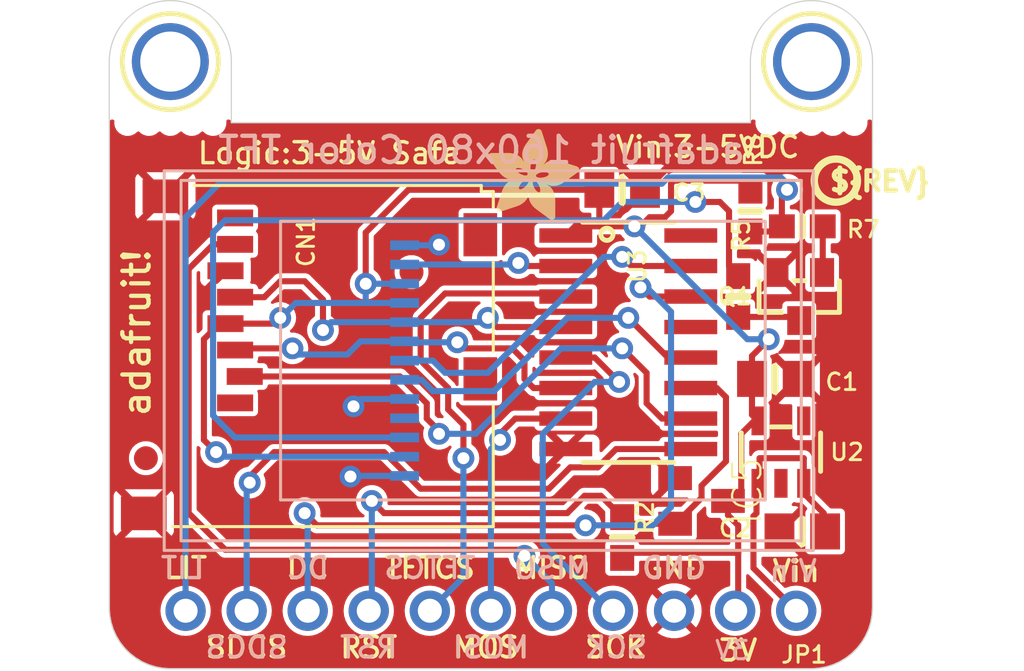
<source format=kicad_pcb>
(kicad_pcb (version 20221018) (generator pcbnew)
  (layers (0 "F.Cu" signal) (31 "B.Cu" signal) (34 "B.Paste" user) (35 "F.Paste" user) (36 "B.SilkS" user "B.Silkscreen") (37 "F.SilkS" user "F.Silkscreen") (38 "B.Mask" user) (39 "F.Mask" user) (44 "Edge.Cuts" user))
  (net 0 "")
  (net 1 "GND")
  (net 2 "3.3V")
  (net 3 "TFTCS_3V")
  (net 4 "SCK")
  (net 5 "MOSI")
  (net 6 "DC")
  (net 7 "SCK_3V")
  (net 8 "~{TFTRST_3V}")
  (net 9 "DC_3V")
  (net 10 "VIN")
  (net 11 "SDCS")
  (net 12 "N$1")
  (net 13 "LED_K")
  (net 14 "N$5")
  (net 15 "MISO_3V")
  (net 16 "MOSI_3V")
  (net 17 "SDCS_3V")
  (net 18 "~{TFTRST}")
  (net 19 "BACKLIGHT")
  (net 20 "TFTCS")
  (footprint "" (layer "F.Cu") (at 163.6141 96.1771)
    (fp_text reference "@HOLE5" hide)
    (fp_text value "" (at 0 0) (layer "F.SilkS") (effects (font (size 1.27 1.27))))
    (pad "" np_thru_hole circle (at 0 0) (size 0.6 0.6) (drill 0.6) (layers "*.Cu" "*.Mask"))
  )
  (footprint "working:0603-NO" (layer "F.Cu") (at 159.2961 99.8601 90)
    (fp_text reference "R8" (at 1.778 0.127 90) (layer "F.SilkS") (effects (font (size 0.692831 0.692831) (thickness 0.119969)) (justify left)))
    (fp_text value "10K")
    (pad "1" smd rect (at -0.85 0 90) (size 1.075 1) (layers "F.Cu" "F.Paste" "F.Mask") (net 19 "BACKLIGHT"))
    (pad "2" smd rect (at 0.85 0 90) (size 1.075 1) (layers "F.Cu" "F.Paste" "F.Mask") (net 2 "3.3V"))
  )
  (footprint "working:ADAFRUIT_3.5MM" (layer "F.Cu") (at 148.3741 100.2411)
    (fp_text reference "U$4" hide)
    (fp_text value "MICROSD" hide)
  )
  (footprint "working:SOT23" (layer "F.Cu") (at 157.2641 111.9251 -90)
    (fp_text reference "IC5" (at -1.905 -1.905 90) (layer "F.SilkS") (effects (font (size 1.176528 1.176528) (thickness 0.093472)) (justify right)))
    (fp_text value "APX803")
    (pad "1" smd rect (at -0.95 1.1 270) (size 1 1.4) (layers "F.Cu" "F.Paste" "F.Mask") (net 1 "GND"))
    (pad "2" smd rect (at 0.95 1.1 270) (size 1 1.4) (layers "F.Cu" "F.Paste" "F.Mask") (net 18 "~{TFTRST}"))
    (pad "3" smd rect (at 0 -1.1 270) (size 1 1.4) (layers "F.Cu" "F.Paste" "F.Mask") (net 2 "3.3V"))
  )
  (footprint "working:SOT23-WIDE" (layer "F.Cu") (at 161.3281 103.4161 180)
    (fp_text reference "Q1" (at 1.905 0) (layer "F.SilkS") (effects (font (size 0.692831 0.692831) (thickness 0.119969)) (justify right)))
    (fp_text value "MMBT2222")
    (pad "1" smd rect (at -0.95 1 180) (size 1 1.2) (layers "F.Cu" "F.Paste" "F.Mask") (net 12 "N$1"))
    (pad "2" smd rect (at 0.95 1 180) (size 1 1.2) (layers "F.Cu" "F.Paste" "F.Mask") (net 1 "GND"))
    (pad "3" smd rect (at 0 -1 180) (size 1 1.2) (layers "F.Cu" "F.Paste" "F.Mask") (net 14 "N$5"))
  )
  (footprint "working:PCBFEAT-REV-040" (layer "F.Cu") (at 162.8521 98.5901)
    (fp_text reference "U$6" hide)
    (fp_text value "" hide)
    (fp_text user "${REV}" (at -0.3556 0.508) (layer "F.SilkS") (effects (font (size 0.8128 0.8128) (thickness 0.2032)) (justify left bottom)))
  )
  (footprint "working:FIDUCIAL_1MM" (layer "F.Cu") (at 134.1501 110.1471)
    (fp_text reference "FID1" hide)
    (fp_text value "FIDUCIAL_1MM" hide)
    (pad "1" smd roundrect (at 0 0) (size 1 1) (layers "F.Cu" "F.Mask") (roundrect_rratio 0.5))
  )
  (footprint "working:0603-NO" (layer "F.Cu") (at 153.9621 113.4491 -90)
    (fp_text reference "R2" (at -1.5875 -0.9525 90) (layer "F.SilkS") (effects (font (size 0.692831 0.692831) (thickness 0.119969)) (justify right)))
    (fp_text value "10K")
    (pad "1" smd rect (at -0.85 0 270) (size 1.075 1) (layers "F.Cu" "F.Paste" "F.Mask") (net 18 "~{TFTRST}"))
    (pad "2" smd rect (at 0.85 0 270) (size 1.075 1) (layers "F.Cu" "F.Paste" "F.Mask") (net 2 "3.3V"))
  )
  (footprint "working:MICROSD" (layer "F.Cu") (at 148.5011 98.8441 -90)
    (fp_text reference "CN1" (at 1.18 7.69 90) (layer "F.SilkS") (effects (font (size 0.692831 0.692831) (thickness 0.119969)) (justify right)))
    (fp_text value "")
    (pad "1" smd rect (at 9 10.64 270) (size 0.7 1.5) (layers "F.Cu" "F.Paste" "F.Mask"))
    (pad "2" smd rect (at 7.9 10.24 270) (size 0.7 1.5) (layers "F.Cu" "F.Paste" "F.Mask") (net 17 "SDCS_3V"))
    (pad "3" smd rect (at 6.8 10.64 270) (size 0.7 1.5) (layers "F.Cu" "F.Paste" "F.Mask") (net 16 "MOSI_3V"))
    (pad "4" smd rect (at 5.7 11.04 270) (size 0.7 1.5) (layers "F.Cu" "F.Paste" "F.Mask") (net 2 "3.3V"))
    (pad "5" smd rect (at 4.6 10.64 270) (size 0.7 1.5) (layers "F.Cu" "F.Paste" "F.Mask") (net 7 "SCK_3V"))
    (pad "6" smd rect (at 3.5 11.04 270) (size 0.7 1.5) (layers "F.Cu" "F.Paste" "F.Mask") (net 1 "GND"))
    (pad "7" smd rect (at 2.4 10.64 270) (size 0.7 1.5) (layers "F.Cu" "F.Paste" "F.Mask") (net 15 "MISO_3V"))
    (pad "8" smd rect (at 1.3 10.64 270) (size 0.7 1.5) (layers "F.Cu" "F.Paste" "F.Mask"))
    (pad "CD1" smd rect (at 2 0.44) (size 1.4 1.8) (layers "F.Cu" "F.Paste" "F.Mask"))
    (pad "CD2" smd rect (at 8 0.44) (size 1.4 1.8) (layers "F.Cu" "F.Paste" "F.Mask"))
    (pad "MT1" smd rect (at 0.4 13.54 270) (size 1.4 1.9) (layers "F.Cu" "F.Paste" "F.Mask") (net 1 "GND"))
    (pad "MT2" smd rect (at 13.6 14.44 270) (size 1.4 1.9) (layers "F.Cu" "F.Paste" "F.Mask") (net 1 "GND"))
  )
  (footprint "working:0805-NO" (layer "F.Cu") (at 161.4551 113.1951 180)
    (fp_text reference "C2" (at 2.032 0.127) (layer "F.SilkS") (effects (font (size 0.692831 0.692831) (thickness 0.119969)) (justify right)))
    (fp_text value "10µF")
    (pad "1" smd rect (at -0.95 0 180) (size 1.24 1.5) (layers "F.Cu" "F.Paste" "F.Mask") (net 10 "VIN"))
    (pad "2" smd rect (at 0.95 0 180) (size 1.24 1.5) (layers "F.Cu" "F.Paste" "F.Mask") (net 1 "GND"))
  )
  (footprint "working:FIDUCIAL_1MM" (layer "F.Cu") (at 145.1991 102.4001)
    (fp_text reference "FID2" hide)
    (fp_text value "FIDUCIAL_1MM" hide)
    (pad "1" smd roundrect (at 0 0) (size 1 1) (layers "F.Cu" "F.Mask") (roundrect_rratio 0.5))
  )
  (footprint "working:SOT23-5" (layer "F.Cu") (at 160.5661 109.8931)
    (fp_text reference "U2" (at 1.978 0) (layer "F.SilkS") (effects (font (size 0.692831 0.692831) (thickness 0.119969)) (justify left)))
    (fp_text value "MIC5225-3.3")
    (pad "1" smd rect (at -0.95 1.3001) (size 0.55 1.2) (layers "F.Cu" "F.Paste" "F.Mask") (net 10 "VIN"))
    (pad "2" smd rect (at 0 1.3001) (size 0.55 1.2) (layers "F.Cu" "F.Paste" "F.Mask") (net 1 "GND"))
    (pad "3" smd rect (at 0.95 1.3001) (size 0.55 1.2) (layers "F.Cu" "F.Paste" "F.Mask") (net 10 "VIN"))
    (pad "4" smd rect (at 0.95 -1.3001) (size 0.55 1.2) (layers "F.Cu" "F.Paste" "F.Mask"))
    (pad "5" smd rect (at -0.95 -1.3001) (size 0.55 1.2) (layers "F.Cu" "F.Paste" "F.Mask") (net 2 "3.3V"))
  )
  (footprint "working:SOIC16" (layer "F.Cu") (at 154.2161 105.3211 -90)
    (fp_text reference "U3" (at -3.937 -0.381 90) (layer "F.SilkS") (effects (font (size 0.692831 0.692831) (thickness 0.119969)) (justify right)))
    (fp_text value "74HC4050D")
    (pad "1" smd rect (at -4.445 2.6 270) (size 0.6 2.2) (layers "F.Cu" "F.Paste" "F.Mask") (net 2 "3.3V"))
    (pad "2" smd rect (at -3.175 2.6 270) (size 0.6 2.2) (layers "F.Cu" "F.Paste" "F.Mask") (net 3 "TFTCS_3V"))
    (pad "3" smd rect (at -1.905 2.6 270) (size 0.6 2.2) (layers "F.Cu" "F.Paste" "F.Mask") (net 20 "TFTCS"))
    (pad "4" smd rect (at -0.635 2.6 270) (size 0.6 2.2) (layers "F.Cu" "F.Paste" "F.Mask") (net 7 "SCK_3V"))
    (pad "5" smd rect (at 0.635 2.6 270) (size 0.6 2.2) (layers "F.Cu" "F.Paste" "F.Mask") (net 4 "SCK"))
    (pad "6" smd rect (at 1.905 2.6 270) (size 0.6 2.2) (layers "F.Cu" "F.Paste" "F.Mask") (net 16 "MOSI_3V"))
    (pad "7" smd rect (at 3.175 2.6 270) (size 0.6 2.2) (layers "F.Cu" "F.Paste" "F.Mask") (net 5 "MOSI"))
    (pad "8" smd rect (at 4.445 2.6 270) (size 0.6 2.2) (layers "F.Cu" "F.Paste" "F.Mask") (net 1 "GND"))
    (pad "9" smd rect (at 4.445 -2.6 270) (size 0.6 2.2) (layers "F.Cu" "F.Paste" "F.Mask") (net 11 "SDCS"))
    (pad "10" smd rect (at 3.175 -2.6 270) (size 0.6 2.2) (layers "F.Cu" "F.Paste" "F.Mask") (net 17 "SDCS_3V"))
    (pad "11" smd rect (at 1.905 -2.6 270) (size 0.6 2.2) (layers "F.Cu" "F.Paste" "F.Mask") (net 18 "~{TFTRST}"))
    (pad "12" smd rect (at 0.635 -2.6 270) (size 0.6 2.2) (layers "F.Cu" "F.Paste" "F.Mask") (net 8 "~{TFTRST_3V}"))
    (pad "13" smd rect (at -0.635 -2.6 270) (size 0.6 2.2) (layers "F.Cu" "F.Paste" "F.Mask"))
    (pad "14" smd rect (at -1.905 -2.6 270) (size 0.6 2.2) (layers "F.Cu" "F.Paste" "F.Mask") (net 6 "DC"))
    (pad "15" smd rect (at -3.175 -2.6 270) (size 0.6 2.2) (layers "F.Cu" "F.Paste" "F.Mask") (net 9 "DC_3V"))
    (pad "16" smd rect (at -4.445 -2.6 270) (size 0.6 2.2) (layers "F.Cu" "F.Paste" "F.Mask"))
  )
  (footprint "working:1X11_ROUND" (layer "F.Cu") (at 148.5011 116.4971 180)
    (fp_text reference "JP1" (at -14.0462 -1.8288) (layer "F.SilkS") (effects (font (size 0.692831 0.692831) (thickness 0.119969)) (justify right)))
    (fp_text value "")
    (pad "1" thru_hole circle (at -12.7 0 270) (size 1.6764 1.6764) (drill 1) (layers "*.Cu" "*.Mask") (net 10 "VIN"))
    (pad "2" thru_hole circle (at -10.16 0 270) (size 1.6764 1.6764) (drill 1) (layers "*.Cu" "*.Mask") (net 2 "3.3V"))
    (pad "3" thru_hole circle (at -7.62 0 270) (size 1.6764 1.6764) (drill 1) (layers "*.Cu" "*.Mask") (net 1 "GND"))
    (pad "4" thru_hole circle (at -5.08 0 270) (size 1.6764 1.6764) (drill 1) (layers "*.Cu" "*.Mask") (net 4 "SCK"))
    (pad "5" thru_hole circle (at -2.54 0 270) (size 1.6764 1.6764) (drill 1) (layers "*.Cu" "*.Mask") (net 15 "MISO_3V"))
    (pad "6" thru_hole circle (at 0 0 270) (size 1.6764 1.6764) (drill 1) (layers "*.Cu" "*.Mask") (net 5 "MOSI"))
    (pad "7" thru_hole circle (at 2.54 0 270) (size 1.6764 1.6764) (drill 1) (layers "*.Cu" "*.Mask") (net 20 "TFTCS"))
    (pad "8" thru_hole circle (at 5.08 0 270) (size 1.6764 1.6764) (drill 1) (layers "*.Cu" "*.Mask") (net 18 "~{TFTRST}"))
    (pad "9" thru_hole circle (at 7.62 0 270) (size 1.6764 1.6764) (drill 1) (layers "*.Cu" "*.Mask") (net 6 "DC"))
    (pad "10" thru_hole circle (at 10.16 0 270) (size 1.6764 1.6764) (drill 1) (layers "*.Cu" "*.Mask") (net 11 "SDCS"))
    (pad "11" thru_hole circle (at 12.7 0 270) (size 1.6764 1.6764) (drill 1) (layers "*.Cu" "*.Mask") (net 19 "BACKLIGHT"))
  )
  (footprint "working:0603-NO" (layer "F.Cu") (at 158.7881 103.4161 90)
    (fp_text reference "R5" (at 1.778 0.127 90) (layer "F.SilkS") (effects (font (size 0.692831 0.692831) (thickness 0.119969)) (justify left)))
    (fp_text value "22")
    (pad "1" smd rect (at -0.85 0 90) (size 1.075 1) (layers "F.Cu" "F.Paste" "F.Mask") (net 14 "N$5"))
    (pad "2" smd rect (at 0.85 0 90) (size 1.075 1) (layers "F.Cu" "F.Paste" "F.Mask") (net 13 "LED_K"))
  )
  (footprint "" (layer "F.Cu") (at 160.0581 96.1771)
    (fp_text reference "@HOLE9" hide)
    (fp_text value "" (at 0 0) (layer "F.SilkS") (effects (font (size 1.27 1.27))))
    (pad "" np_thru_hole circle (at 0 0) (size 0.6 0.6) (drill 0.6) (layers "*.Cu" "*.Mask"))
  )
  (footprint "" (layer "F.Cu") (at 134.2771 96.1771)
    (fp_text reference "@HOLE3" hide)
    (fp_text value "" (at 0 0) (layer "F.SilkS") (effects (font (size 1.27 1.27))))
    (pad "" np_thru_hole circle (at 0 0) (size 0.6 0.6) (drill 0.6) (layers "*.Cu" "*.Mask"))
  )
  (footprint "" (layer "F.Cu") (at 161.8361 96.1771)
    (fp_text reference "@HOLE7" hide)
    (fp_text value "" (at 0 0) (layer "F.SilkS") (effects (font (size 1.27 1.27))))
    (pad "" np_thru_hole circle (at 0 0) (size 0.6 0.6) (drill 0.6) (layers "*.Cu" "*.Mask"))
  )
  (footprint "" (layer "F.Cu") (at 160.9471 96.1771)
    (fp_text reference "@HOLE8" hide)
    (fp_text value "" (at 0 0) (layer "F.SilkS") (effects (font (size 1.27 1.27))))
    (pad "" np_thru_hole circle (at 0 0) (size 0.6 0.6) (drill 0.6) (layers "*.Cu" "*.Mask"))
  )
  (footprint "" (layer "F.Cu") (at 136.9441 96.1771)
    (fp_text reference "@HOLE0" hide)
    (fp_text value "" (at 0 0) (layer "F.SilkS") (effects (font (size 1.27 1.27))))
    (pad "" np_thru_hole circle (at 0 0) (size 0.6 0.6) (drill 0.6) (layers "*.Cu" "*.Mask"))
  )
  (footprint "" (layer "F.Cu") (at 135.1661 96.1771)
    (fp_text reference "@HOLE2" hide)
    (fp_text value "" (at 0 0) (layer "F.SilkS") (effects (font (size 1.27 1.27))))
    (pad "" np_thru_hole circle (at 0 0) (size 0.6 0.6) (drill 0.6) (layers "*.Cu" "*.Mask"))
  )
  (footprint "working:0805-NO" (layer "F.Cu") (at 160.3121 106.8451)
    (fp_text reference "C1" (at 2.032 0.127) (layer "F.SilkS") (effects (font (size 0.692831 0.692831) (thickness 0.119969)) (justify left)))
    (fp_text value "10µF")
    (pad "1" smd rect (at -0.95 0) (size 1.24 1.5) (layers "F.Cu" "F.Paste" "F.Mask") (net 2 "3.3V"))
    (pad "2" smd rect (at 0.95 0) (size 1.24 1.5) (layers "F.Cu" "F.Paste" "F.Mask") (net 1 "GND"))
  )
  (footprint "working:0805-NO" (layer "F.Cu") (at 153.9621 98.9711)
    (fp_text reference "C3" (at 2.032 0.127) (layer "F.SilkS") (effects (font (size 0.692831 0.692831) (thickness 0.119969)) (justify left)))
    (fp_text value "0.1uF")
    (pad "1" smd rect (at -0.95 0) (size 1.24 1.5) (layers "F.Cu" "F.Paste" "F.Mask") (net 2 "3.3V"))
    (pad "2" smd rect (at 0.95 0) (size 1.24 1.5) (layers "F.Cu" "F.Paste" "F.Mask") (net 1 "GND"))
  )
  (footprint "working:MOUNTINGHOLE_2.5_PLATED" (layer "F.Cu") (at 135.1661 93.6371)
    (fp_text reference "U$9" hide)
    (fp_text value "MOUNTINGHOLE2.5" hide)
    (pad "P$1" thru_hole circle (at 0 0) (size 3.2 3.2) (drill 2.5) (layers "*.Cu" "*.Mask"))
    (zone (net 0) (net_name "") (layer "F.Cu") (connect_pads (clearance 0)) (min_thickness 0.25)
      (keepout (tracks not_allowed) (vias not_allowed) (pads not_allowed) (copperpour not_allowed) (footprints allowed))
      (fill (thermal_gap 0.5) (thermal_bridge_width 0.5))
      (polygon (pts (xy 137.1821 93.6371) (xy 137.16248 93.356527) (xy 137.104004 93.081415) (xy 137.007808 92.817119) (xy 136.875765 92.568783) (xy 136.710446 92.34124) (xy 136.515067 92.13892) (xy 136.293433 91.96576) (xy 136.049856 91.825131) (xy 135.789078 91.71977) (xy 135.516175 91.651728) (xy 135.236457 91.622328) (xy 134.955371 91.632144) (xy 134.678385 91.680984) (xy 134.410893 91.767897) (xy 134.1581 91.891193) (xy 133.924926 92.04847) (xy 133.715911 92.236669) (xy 133.535122 92.452125) (xy 133.386078 92.690645) (xy 133.27168 92.947587) (xy 133.194154 93.21795) (xy 133.155011 93.496471) (xy 133.155011 93.777729) (xy 133.194154 94.05625) (xy 133.27168 94.326613) (xy 133.386078 94.583555) (xy 133.535122 94.822075) (xy 133.715911 95.037531) (xy 133.924926 95.22573) (xy 134.1581 95.383007) (xy 134.410893 95.506303) (xy 134.678385 95.593216) (xy 134.955371 95.642056) (xy 135.236457 95.651872) (xy 135.516175 95.622472) (xy 135.789078 95.55443) (xy 136.049856 95.449069) (xy 136.293433 95.30844) (xy 136.515067 95.13528) (xy 136.710446 94.93296) (xy 136.875765 94.705417) (xy 137.007808 94.457081) (xy 137.104004 94.192785) (xy 137.16248 93.917673)))
      (polygon (pts (xy 135.1501 93.6371) (xy 135.154786 93.648414) (xy 135.1661 93.6531) (xy 135.177414 93.648414) (xy 135.1821 93.6371) (xy 135.177414 93.625786) (xy 135.1661 93.6211) (xy 135.154786 93.625786)))
    )
  )
  (footprint "" (layer "F.Cu") (at 133.3881 96.1771)
    (fp_text reference "@HOLE4" hide)
    (fp_text value "" (at 0 0) (layer "F.SilkS") (effects (font (size 1.27 1.27))))
    (pad "" np_thru_hole circle (at 0 0) (size 0.6 0.6) (drill 0.6) (layers "*.Cu" "*.Mask"))
  )
  (footprint "working:MOUNTINGHOLE_2.5_PLATED" (layer "F.Cu") (at 161.8361 93.6371)
    (fp_text reference "U$10" hide)
    (fp_text value "MOUNTINGHOLE2.5" hide)
    (pad "P$1" thru_hole circle (at 0 0) (size 3.2 3.2) (drill 2.5) (layers "*.Cu" "*.Mask"))
    (zone (net 0) (net_name "") (layer "F.Cu") (connect_pads (clearance 0)) (min_thickness 0.25)
      (keepout (tracks not_allowed) (vias not_allowed) (pads not_allowed) (copperpour not_allowed) (footprints allowed))
      (fill (thermal_gap 0.5) (thermal_bridge_width 0.5))
      (polygon (pts (xy 163.8521 93.6371) (xy 163.83248 93.356527) (xy 163.774004 93.081415) (xy 163.677808 92.817119) (xy 163.545765 92.568783) (xy 163.380446 92.34124) (xy 163.185067 92.13892) (xy 162.963433 91.96576) (xy 162.719856 91.825131) (xy 162.459078 91.71977) (xy 162.186175 91.651728) (xy 161.906457 91.622328) (xy 161.625371 91.632144) (xy 161.348385 91.680984) (xy 161.080893 91.767897) (xy 160.8281 91.891193) (xy 160.594926 92.04847) (xy 160.385911 92.236669) (xy 160.205122 92.452125) (xy 160.056078 92.690645) (xy 159.94168 92.947587) (xy 159.864154 93.21795) (xy 159.825011 93.496471) (xy 159.825011 93.777729) (xy 159.864154 94.05625) (xy 159.94168 94.326613) (xy 160.056078 94.583555) (xy 160.205122 94.822075) (xy 160.385911 95.037531) (xy 160.594926 95.22573) (xy 160.8281 95.383007) (xy 161.080893 95.506303) (xy 161.348385 95.593216) (xy 161.625371 95.642056) (xy 161.906457 95.651872) (xy 162.186175 95.622472) (xy 162.459078 95.55443) (xy 162.719856 95.449069) (xy 162.963433 95.30844) (xy 163.185067 95.13528) (xy 163.380446 94.93296) (xy 163.545765 94.705417) (xy 163.677808 94.457081) (xy 163.774004 94.192785) (xy 163.83248 93.917673)))
      (polygon (pts (xy 161.8201 93.6371) (xy 161.824786 93.648414) (xy 161.8361 93.6531) (xy 161.847414 93.648414) (xy 161.8521 93.6371) (xy 161.847414 93.625786) (xy 161.8361 93.6211) (xy 161.824786 93.625786)))
    )
  )
  (footprint "working:0603-NO" (layer "F.Cu") (at 161.4551 100.4951)
    (fp_text reference "R7" (at 1.778 0.127) (layer "F.SilkS") (effects (font (size 0.692831 0.692831) (thickness 0.119969)) (justify left)))
    (fp_text value "1K")
    (pad "1" smd rect (at -0.85 0) (size 1.075 1) (layers "F.Cu" "F.Paste" "F.Mask") (net 19 "BACKLIGHT"))
    (pad "2" smd rect (at 0.85 0) (size 1.075 1) (layers "F.Cu" "F.Paste" "F.Mask") (net 12 "N$1"))
  )
  (footprint "" (layer "F.Cu") (at 136.0551 96.1771)
    (fp_text reference "@HOLE1" hide)
    (fp_text value "" (at 0 0) (layer "F.SilkS") (effects (font (size 1.27 1.27))))
    (pad "" np_thru_hole circle (at 0 0) (size 0.6 0.6) (drill 0.6) (layers "*.Cu" "*.Mask"))
  )
  (footprint "" (layer "F.Cu") (at 162.7251 96.1771)
    (fp_text reference "@HOLE6" hide)
    (fp_text value "" (at 0 0) (layer "F.SilkS") (effects (font (size 1.27 1.27))))
    (pad "" np_thru_hole circle (at 0 0) (size 0.6 0.6) (drill 0.6) (layers "*.Cu" "*.Mask"))
  )
  (footprint "working:TFT_0.96IN_160X80" (layer "B.Cu") (at 134.9121 106.0831 90)
    (fp_text reference "U$2" hide)
    (fp_text value "DISP_LCD_0.9IN_160X80" hide)
    (pad "1" smd rect (at -4.8 10) (size 1.2 0.4) (layers "B.Cu" "B.Paste" "B.Mask") (net 1 "GND"))
    (pad "2" smd rect (at -4 10) (size 1.2 0.4) (layers "B.Cu" "B.Paste" "B.Mask") (net 2 "3.3V"))
    (pad "3" smd rect (at -3.2 10) (size 1.2 0.4) (layers "B.Cu" "B.Paste" "B.Mask") (net 13 "LED_K"))
    (pad "4" smd rect (at -2.4 10) (size 1.2 0.4) (layers "B.Cu" "B.Paste" "B.Mask"))
    (pad "5" smd rect (at -1.6 10) (size 1.2 0.4) (layers "B.Cu" "B.Paste" "B.Mask") (net 1 "GND"))
    (pad "6" smd rect (at -0.8 10) (size 1.2 0.4) (layers "B.Cu" "B.Paste" "B.Mask") (net 8 "~{TFTRST_3V}"))
    (pad "7" smd rect (at 0 10) (size 1.2 0.4) (layers "B.Cu" "B.Paste" "B.Mask") (net 9 "DC_3V"))
    (pad "8" smd rect (at 0.8 10) (size 1.2 0.4) (layers "B.Cu" "B.Paste" "B.Mask") (net 16 "MOSI_3V"))
    (pad "9" smd rect (at 1.6 10) (size 1.2 0.4) (layers "B.Cu" "B.Paste" "B.Mask") (net 7 "SCK_3V"))
    (pad "10" smd rect (at 2.4 10) (size 1.2 0.4) (layers "B.Cu" "B.Paste" "B.Mask") (net 2 "3.3V"))
    (pad "11" smd rect (at 3.2 10) (size 1.2 0.4) (layers "B.Cu" "B.Paste" "B.Mask") (net 2 "3.3V"))
    (pad "12" smd rect (at 4 10) (size 1.2 0.4) (layers "B.Cu" "B.Paste" "B.Mask") (net 3 "TFTCS_3V"))
    (pad "13" smd rect (at 4.8 10) (size 1.2 0.4) (layers "B.Cu" "B.Paste" "B.Mask") (net 1 "GND"))
  )
  (gr_line (start 132.6261 116.3701) (end 132.6261 93.6371) (stroke (width 0.05)) (layer "Edge.Cuts"))
  (gr_line (start 164.3761 116.3701) (end 164.3761 93.6371) (stroke (width 0.05)) (layer "Edge.Cuts"))
  (gr_line (start 159.2961 93.6371) (end 159.2961 96.1771) (stroke (width 0.05)) (layer "Edge.Cuts"))
  (gr_arc (start 135.1661 118.9101) (mid 133.370049 118.166151) (end 132.6261 116.3701) (stroke (width 0.05)) (layer "Edge.Cuts"))
  (gr_arc (start 159.2961 93.6371) (mid 160.040049 91.841049) (end 161.8361 91.0971) (stroke (width 0.05)) (layer "Edge.Cuts"))
  (gr_line (start 135.1661 118.9101) (end 161.8361 118.9101) (stroke (width 0.05)) (layer "Edge.Cuts"))
  (gr_arc (start 164.3761 116.3701) (mid 163.632151 118.166151) (end 161.8361 118.9101) (stroke (width 0.05)) (layer "Edge.Cuts"))
  (gr_line (start 137.7061 93.6371) (end 137.7061 96.1771) (stroke (width 0.05)) (layer "Edge.Cuts"))
  (gr_line (start 159.2961 96.1771) (end 137.7061 96.1771) (stroke (width 0.05)) (layer "Edge.Cuts"))
  (gr_arc (start 132.6261 93.6371) (mid 133.370049 91.841049) (end 135.1661 91.0971) (stroke (width 0.05)) (layer "Edge.Cuts"))
  (gr_arc (start 135.1661 91.0971) (mid 136.962151 91.841049) (end 137.706099 93.637101) (stroke (width 0.05)) (layer "Edge.Cuts"))
  (gr_arc (start 161.8361 91.0971) (mid 163.632151 91.841049) (end 164.3761 93.6371) (stroke (width 0.05)) (layer "Edge.Cuts"))
  (gr_text "MISO" (at 151.0411 114.7191) (layer "B.SilkS") (effects (font (size 0.87376 0.87376) (thickness 0.14224)) (justify mirror)))
  (gr_text "adafruit 160x80 Color TFT" (at 148.1201 97.3201) (layer "B.SilkS") (effects (font (size 1.0922 1.0922) (thickness 0.1778)) (justify mirror)))
  (gr_text "DC" (at 140.8811 114.7191) (layer "B.SilkS") (effects (font (size 0.87376 0.87376) (thickness 0.14224)) (justify mirror)))
  (gr_text "TFTCS" (at 145.9611 114.7191) (layer "B.SilkS") (effects (font (size 0.87376 0.87376) (thickness 0.14224)) (justify mirror)))
  (gr_text "LIT" (at 135.6741 114.7191) (layer "B.SilkS") (effects (font (size 0.87376 0.87376) (thickness 0.14224)) (justify mirror)))
  (gr_text "3V" (at 158.5341 118.1481) (layer "B.SilkS") (effects (font (size 0.76454 0.76454) (thickness 0.12446)) (justify mirror)))
  (gr_text "SDCS" (at 138.3411 118.0211) (layer "B.SilkS") (effects (font (size 0.87376 0.87376) (thickness 0.14224)) (justify mirror)))
  (gr_text "RST" (at 143.4211 118.0211) (layer "B.SilkS") (effects (font (size 0.87376 0.87376) (thickness 0.14224)) (justify mirror)))
  (gr_text "MOSI" (at 148.5011 118.0211) (layer "B.SilkS") (effects (font (size 0.87376 0.87376) (thickness 0.14224)) (justify mirror)))
  (gr_text "GND" (at 156.1211 114.7191) (layer "B.SilkS") (effects (font (size 0.87376 0.87376) (thickness 0.14224)) (justify mirror)))
  (gr_text "Vin" (at 161.0741 114.8461) (layer "B.SilkS") (effects (font (size 0.87376 0.87376) (thickness 0.14224)) (justify mirror)))
  (gr_text "SCK" (at 153.7081 118.0211) (layer "B.SilkS") (effects (font (size 0.87376 0.87376) (thickness 0.14224)) (justify mirror)))
  (gr_text "Logic:3-5V Safe" (at 141.7701 97.4471) (layer "F.SilkS") (effects (font (size 0.87376 0.87376) (thickness 0.14224))))
  (gr_text "LIT" (at 135.8011 114.7191) (layer "F.SilkS") (effects (font (size 0.8636 0.8636) (thickness 0.1524))))
  (gr_text "adafruit!" (at 134.4041 108.4961 90) (layer "F.SilkS") (effects (font (size 1.0922 1.0922) (thickness 0.1778)) (justify left bottom)))
  (gr_text "3V" (at 158.7881 118.1481) (layer "F.SilkS") (effects (font (size 0.8636 0.8636) (thickness 0.1524))))
  (gr_text "SCK" (at 153.7081 118.0211) (layer "F.SilkS") (effects (font (size 0.8636 0.8636) (thickness 0.1524))))
  (gr_text "MOSI" (at 148.5011 118.0211) (layer "F.SilkS") (effects (font (size 0.8636 0.8636) (thickness 0.1524))))
  (gr_text "RST" (at 143.4211 118.0211) (layer "F.SilkS") (effects (font (size 0.8636 0.8636) (thickness 0.1524))))
  (gr_text "DC" (at 140.8811 114.7191) (layer "F.SilkS") (effects (font (size 0.8636 0.8636) (thickness 0.1524))))
  (gr_text "MISO" (at 151.0411 114.7191) (layer "F.SilkS") (effects (font (size 0.8636 0.8636) (thickness 0.1524))))
  (gr_text "TFTCS" (at 145.9611 114.7191) (layer "F.SilkS") (effects (font (size 0.8636 0.8636) (thickness 0.1524))))
  (gr_text "SDCS" (at 138.3411 118.0211) (layer "F.SilkS") (effects (font (size 0.8636 0.8636) (thickness 0.1524))))
  (gr_text "Vin:3-5VDC" (at 157.5181 97.1931) (layer "F.SilkS") (effects (font (size 0.87376 0.87376) (thickness 0.14224))))
  (gr_text "GND" (at 156.1211 114.7191) (layer "F.SilkS") (effects (font (size 0.8636 0.8636) (thickness 0.1524))))
  (gr_text "Vin" (at 161.2011 114.8461) (layer "F.SilkS") (effects (font (size 0.8636 0.8636) (thickness 0.1524))))
  (segment (start 146.3421 101.2571) (end 146.3421 101.0031) (width 0.254) (layer "F.Cu") (net 1))
  (segment (start 146.3421 101.0031) (end 146.4691 100.8761) (width 0.254) (layer "F.Cu") (net 1))
  (via (at 142.6591 110.9091) (size 0.9064) (drill 0.5) (layers "F.Cu" "B.Cu") (net 1))
  (via (at 146.3421 101.2571) (size 0.9064) (drill 0.5) (layers "F.Cu" "B.Cu") (net 1))
  (via (at 142.7861 107.9881) (size 0.9064) (drill 0.5) (layers "F.Cu" "B.Cu") (net 1))
  (segment (start 144.9121 101.2831) (end 146.3161 101.2831) (width 0.254) (layer "B.Cu") (net 1))
  (segment (start 146.3161 101.2831) (end 146.3421 101.2571) (width 0.254) (layer "B.Cu") (net 1))
  (segment (start 144.9121 110.8831) (end 142.6851 110.8831) (width 0.254) (layer "B.Cu") (net 1))
  (segment (start 144.9121 107.6831) (end 143.0911 107.6831) (width 0.254) (layer "B.Cu") (net 1))
  (segment (start 142.6851 110.8831) (end 142.6591 110.9091) (width 0.254) (layer "B.Cu") (net 1))
  (segment (start 143.0911 107.6831) (end 142.7861 107.9881) (width 0.254) (layer "B.Cu") (net 1))
  (segment (start 145.0721 98.9711) (end 143.2941 100.7491) (width 0.254) (layer "F.Cu") (net 2))
  (segment (start 154.1771 114.0841) (end 158.7881 114.0841) (width 0.254) (layer "F.Cu") (net 2))
  (segment (start 158.8761 98.5901) (end 159.2961 99.0101) (width 0.254) (layer "F.Cu") (net 2))
  (segment (start 159.4532 108.593) (end 159.6161 108.593) (width 0.254) (layer "F.Cu") (net 2))
  (segment (start 143.2941 100.7491) (end 143.2941 102.8831) (width 0.254) (layer "F.Cu") (net 2))
  (segment (start 139.4991 104.5441) (end 139.7381 104.3051) (width 0.254) (layer "F.Cu") (net 2))
  (segment (start 159.3621 108.339) (end 159.3621 106.8451) (width 0.254) (layer "F.Cu") (net 2))
  (segment (start 136.5631 109.3851) (end 136.5631 105.1941) (width 0.254) (layer "F.Cu") (net 2))
  (segment (start 155.7401 100.1141) (end 155.1051 100.1141) (width 0.254) (layer "F.Cu") (net 2))
  (segment (start 154.7241 100.4951) (end 154.4701 100.4951) (width 0.254) (layer "F.Cu") (net 2))
  (segment (start 158.7881 114.0841) (end 158.7881 116.3701) (width 0.254) (layer "F.Cu") (net 2))
  (segment (start 137.0711 109.8931) (end 136.5631 109.3851) (width 0.254) (layer "F.Cu") (net 2))
  (segment (start 158.7881 112.9411) (end 158.3641 112.5171) (width 0.254) (layer "F.Cu") (net 2))
  (segment (start 137.2131 104.5441) (end 137.4611 104.5441) (width 0.254) (layer "F.Cu") (net 2))
  (segment (start 156.1211 98.5901) (end 155.9941 98.7171) (width 0.254) (layer "F.Cu") (net 2))
  (segment (start 155.9941 99.8601) (end 155.7401 100.1141) (width 0.254) (layer "F.Cu") (net 2))
  (segment (start 158.8761 98.5901) (end 156.1211 98.5901) (width 0.254) (layer "F.Cu") (net 2))
  (segment (start 158.9151 109.1311) (end 158.9151 111.9251) (width 0.254) (layer "F.Cu") (net 2))
  (segment (start 150.9141 100.7491) (end 151.7431 100.7491) (width 0.254) (layer "F.Cu") (net 2))
  (segment (start 158.9151 111.9251) (end 158.3641 111.9251) (width 0.254) (layer "F.Cu") (net 2))
  (segment (start 151.9971 100.4951) (end 151.6161 100.8761) (width 0.254) (layer "F.Cu") (net 2))
  (segment (start 158.7881 116.3701) (end 158.6611 116.4971) (width 0.254) (layer "F.Cu") (net 2))
  (segment (start 158.3641 112.5171) (end 158.3641 111.9251) (width 0.254) (layer "F.Cu") (net 2))
  (segment (start 159.3621 105.8901) (end 160.0581 105.1941) (width 0.254) (layer "F.Cu") (net 2))
  (segment (start 136.5631 105.1941) (end 137.2131 104.5441) (width 0.254) (layer "F.Cu") (net 2))
  (segment (start 145.0721 98.9711) (end 153.0121 98.9711) (width 0.254) (layer "F.Cu") (net 2))
  (segment (start 153.0121 100.4951) (end 154.4701 100.4951) (width 0.254) (layer "F.Cu") (net 2))
  (segment (start 159.6161 108.593) (end 159.3621 108.339) (width 0.254) (layer "F.Cu") (net 2))
  (segment (start 158.7881 112.9411) (end 158.7881 114.0841) (width 0.254) (layer "F.Cu") (net 2))
  (segment (start 154.4701 100.2411) (end 154.4701 100.4951) (width 0.254) (layer "F.Cu") (net 2))
  (segment (start 159.4532 108.593) (end 158.9151 109.1311) (width 0.254) (layer "F.Cu") (net 2))
  (segment (start 159.3621 106.8451) (end 159.3621 105.8901) (width 0.254) (layer "F.Cu") (net 2))
  (segment (start 153.0121 98.9711) (end 153.0121 100.4951) (width 0.254) (layer "F.Cu") (net 2))
  (segment (start 151.7431 100.7491) (end 151.6161 100.8761) (width 0.254) (layer "F.Cu") (net 2))
  (segment (start 154.1771 114.0841) (end 153.9621 114.2991) (width 0.254) (layer "F.Cu") (net 2))
  (segment (start 151.9971 100.4951) (end 153.0121 100.4951) (width 0.254) (layer "F.Cu") (net 2))
  (segment (start 155.1051 100.1141) (end 154.7241 100.4951) (width 0.254) (layer "F.Cu") (net 2))
  (segment (start 155.9941 98.7171) (end 155.9941 99.8601) (width 0.254) (layer "F.Cu") (net 2))
  (segment (start 137.4611 104.5441) (end 139.4991 104.5441) (width 0.254) (layer "F.Cu") (net 2))
  (via (at 137.0711 109.8931) (size 0.9064) (drill 0.5) (layers "F.Cu" "B.Cu") (net 2))
  (via (at 154.4701 100.4951) (size 0.9064) (drill 0.5) (layers "F.Cu" "B.Cu") (net 2))
  (via (at 143.2941 102.8831) (size 0.9064) (drill 0.5) (layers "F.Cu" "B.Cu") (net 2))
  (via (at 139.7381 104.3051) (size 0.9064) (drill 0.5) (layers "F.Cu" "B.Cu") (net 2))
  (via (at 160.0581 105.1941) (size 0.9064) (drill 0.5) (layers "F.Cu" "B.Cu") (net 2))
  (segment (start 139.7641 104.3051) (end 139.7381 104.3051) (width 0.254) (layer "B.Cu") (net 2))
  (segment (start 143.2941 103.6831) (end 144.9121 103.6831) (width 0.254) (layer "B.Cu") (net 2))
  (segment (start 159.1691 105.1941) (end 160.0581 105.1941) (width 0.254) (layer "B.Cu") (net 2))
  (segment (start 144.9121 110.0831) (end 137.2611 110.0831) (width 0.254) (layer "B.Cu") (net 2))
  (segment (start 143.2941 102.8831) (end 143.2941 103.6831) (width 0.254) (layer "B.Cu") (net 2))
  (segment (start 154.4701 100.4951) (end 159.1691 105.1941) (width 0.254) (layer "B.Cu") (net 2))
  (segment (start 137.2611 110.0831) (end 137.0711 109.8931) (width 0.254) (layer "B.Cu") (net 2))
  (segment (start 140.3861 103.6831) (end 139.7641 104.3051) (width 0.254) (layer "B.Cu") (net 2))
  (segment (start 144.9121 102.8831) (end 143.2941 102.8831) (width 0.254) (layer "B.Cu") (net 2))
  (segment (start 140.3861 103.6831) (end 143.2941 103.6831) (width 0.254) (layer "B.Cu") (net 2))
  (segment (start 151.6161 102.1461) (end 149.7711 102.1461) (width 0.254) (layer "F.Cu") (net 3))
  (segment (start 149.7711 102.1461) (end 149.6441 102.0191) (width 0.254) (layer "F.Cu") (net 3))
  (via (at 149.6441 102.0191) (size 0.9064) (drill 0.5) (layers "F.Cu" "B.Cu") (net 3))
  (segment (start 149.5801 102.0831) (end 149.6441 102.0191) (width 0.254) (layer "B.Cu") (net 3))
  (segment (start 144.9121 102.0831) (end 149.5801 102.0831) (width 0.254) (layer "B.Cu") (net 3))
  (segment (start 152.8191 105.9561) (end 153.8351 106.9721) (width 0.254) (layer "F.Cu") (net 4))
  (segment (start 151.6161 105.9561) (end 152.8191 105.9561) (width 0.254) (layer "F.Cu") (net 4))
  (via (at 153.8351 106.9721) (size 0.9064) (drill 0.5) (layers "F.Cu" "B.Cu") (net 4))
  (segment (start 152.8191 106.9721) (end 153.8351 106.9721) (width 0.254) (layer "B.Cu") (net 4))
  (segment (start 152.8191 106.9721) (end 150.6601 109.1311) (width 0.254) (layer "B.Cu") (net 4))
  (segment (start 153.4541 116.4971) (end 153.5811 116.4971) (width 0.254) (layer "B.Cu") (net 4))
  (segment (start 150.6601 109.1311) (end 150.6601 113.7031) (width 0.254) (layer "B.Cu") (net 4))
  (segment (start 150.6601 113.7031) (end 153.4541 116.4971) (width 0.254) (layer "B.Cu") (net 4))
  (segment (start 149.5171 108.4961) (end 148.8821 109.1311) (width 0.254) (layer "F.Cu") (net 5))
  (segment (start 148.8821 109.1311) (end 148.8821 109.3851) (width 0.254) (layer "F.Cu") (net 5))
  (segment (start 151.6161 108.4961) (end 149.5171 108.4961) (width 0.254) (layer "F.Cu") (net 5))
  (via (at 148.8821 109.3851) (size 0.9064) (drill 0.5) (layers "F.Cu" "B.Cu") (net 5))
  (segment (start 148.8821 109.3851) (end 148.5011 109.7661) (width 0.254) (layer "B.Cu") (net 5))
  (segment (start 148.5011 109.7661) (end 148.5011 116.4971) (width 0.254) (layer "B.Cu") (net 5))
  (segment (start 154.7241 103.0351) (end 155.1051 103.4161) (width 0.254) (layer "F.Cu") (net 6))
  (segment (start 141.2621 112.9411) (end 140.7541 112.4331) (width 0.254) (layer "F.Cu") (net 6))
  (segment (start 152.4381 112.9411) (end 141.2621 112.9411) (width 0.254) (layer "F.Cu") (net 6))
  (segment (start 155.1051 103.4161) (end 156.8161 103.4161) (width 0.254) (layer "F.Cu") (net 6))
  (via (at 152.4381 112.9411) (size 0.9064) (drill 0.5) (layers "F.Cu" "B.Cu") (net 6))
  (via (at 140.7541 112.4331) (size 0.9064) (drill 0.5) (layers "F.Cu" "B.Cu") (net 6))
  (via (at 154.7241 103.0351) (size 0.9064) (drill 0.5) (layers "F.Cu" "B.Cu") (net 6))
  (segment (start 152.4381 112.9411) (end 155.2321 112.9411) (width 0.254) (layer "B.Cu") (net 6))
  (segment (start 155.9941 104.0511) (end 154.9781 103.0351) (width 0.254) (layer "B.Cu") (net 6))
  (segment (start 154.9781 103.0351) (end 154.7241 103.0351) (width 0.254) (layer "B.Cu") (net 6))
  (segment (start 140.8811 116.4971) (end 140.8811 112.5601) (width 0.254) (layer "B.Cu") (net 6))
  (segment (start 155.2321 112.9411) (end 155.9941 112.1791) (width 0.254) (layer "B.Cu") (net 6))
  (segment (start 140.8811 112.5601) (end 140.7541 112.4331) (width 0.254) (layer "B.Cu") (net 6))
  (segment (start 155.9941 112.1791) (end 155.9941 104.0511) (width 0.254) (layer "B.Cu") (net 6))
  (segment (start 139.7381 102.7811) (end 139.0751 103.4441) (width 0.254) (layer "F.Cu") (net 7))
  (segment (start 148.7551 104.6861) (end 151.6161 104.6861) (width 0.254) (layer "F.Cu") (net 7))
  (segment (start 148.3741 104.3051) (end 148.7551 104.6861) (width 0.254) (layer "F.Cu") (net 7))
  (segment (start 139.7381 102.7811) (end 140.7541 102.7811) (width 0.254) (layer "F.Cu") (net 7))
  (segment (start 141.5161 103.5431) (end 141.5161 104.8131) (width 0.254) (layer "F.Cu") (net 7))
  (segment (start 139.0751 103.4441) (end 137.8611 103.4441) (width 0.254) (layer "F.Cu") (net 7))
  (segment (start 140.7541 102.7811) (end 141.5161 103.5431) (width 0.254) (layer "F.Cu") (net 7))
  (via (at 141.5161 104.8131) (size 0.9064) (drill 0.5) (layers "F.Cu" "B.Cu") (net 7))
  (via (at 148.3741 104.3051) (size 0.9064) (drill 0.5) (layers "F.Cu" "B.Cu") (net 7))
  (segment (start 141.5161 104.8131) (end 141.8461 104.4831) (width 0.254) (layer "B.Cu") (net 7))
  (segment (start 148.1961 104.4831) (end 148.3741 104.3051) (width 0.254) (layer "B.Cu") (net 7))
  (segment (start 141.8461 104.4831) (end 144.9121 104.4831) (width 0.254) (layer "B.Cu") (net 7))
  (segment (start 144.9121 104.4831) (end 148.1961 104.4831) (width 0.254) (layer "B.Cu") (net 7))
  (segment (start 155.8671 105.9561) (end 156.8161 105.9561) (width 0.254) (layer "F.Cu") (net 8))
  (segment (start 154.2161 104.3051) (end 155.8671 105.9561) (width 0.254) (layer "F.Cu") (net 8))
  (via (at 154.2161 104.3051) (size 0.9064) (drill 0.5) (layers "F.Cu" "B.Cu") (net 8))
  (segment (start 144.9121 106.8831) (end 145.6181 106.8831) (width 0.254) (layer "B.Cu") (net 8))
  (segment (start 151.6761 104.3051) (end 154.2161 104.3051) (width 0.254) (layer "B.Cu") (net 8))
  (segment (start 146.0881 107.3531) (end 148.6281 107.3531) (width 0.254) (layer "B.Cu") (net 8))
  (segment (start 148.6281 107.3531) (end 151.6761 104.3051) (width 0.254) (layer "B.Cu") (net 8))
  (segment (start 145.6181 106.8831) (end 146.0881 107.3531) (width 0.254) (layer "B.Cu") (net 8))
  (segment (start 153.9621 101.7651) (end 154.3431 102.1461) (width 0.254) (layer "F.Cu") (net 9))
  (segment (start 154.3431 102.1461) (end 156.8161 102.1461) (width 0.254) (layer "F.Cu") (net 9))
  (via (at 153.9621 101.7651) (size 0.9064) (drill 0.5) (layers "F.Cu" "B.Cu") (net 9))
  (segment (start 144.9121 106.0831) (end 146.0881 106.0831) (width 0.254) (layer "B.Cu") (net 9))
  (segment (start 148.3741 106.5911) (end 153.2001 101.7651) (width 0.254) (layer "B.Cu") (net 9))
  (segment (start 153.2001 101.7651) (end 153.9621 101.7651) (width 0.254) (layer "B.Cu") (net 9))
  (segment (start 146.5961 106.5911) (end 148.3741 106.5911) (width 0.254) (layer "B.Cu") (net 9))
  (segment (start 146.0881 106.0831) (end 146.5961 106.5911) (width 0.254) (layer "B.Cu") (net 9))
  (segment (start 159.4231 112.5601) (end 159.5501 112.4331) (width 0.254) (layer "F.Cu") (net 10))
  (segment (start 159.6771 111.1322) (end 159.6161 111.1932) (width 0.254) (layer "F.Cu") (net 10))
  (segment (start 159.5501 111.2592) (end 159.6161 111.1932) (width 0.254) (layer "F.Cu") (net 10))
  (segment (start 159.4231 114.7191) (end 161.2011 116.4971) (width 0.254) (layer "F.Cu") (net 10))
  (segment (start 162.3441 112.4331) (end 162.3441 113.1341) (width 0.254) (layer "F.Cu") (net 10))
  (segment (start 161.5161 111.1932) (end 161.5161 110.1471) (width 0.254) (layer "F.Cu") (net 10))
  (segment (start 159.5501 112.4331) (end 159.5501 111.2592) (width 0.254) (layer "F.Cu") (net 10))
  (segment (start 159.6771 110.1471) (end 159.6771 111.1322) (width 0.254) (layer "F.Cu") (net 10))
  (segment (start 162.3441 113.1341) (end 162.4051 113.1951) (width 0.254) (layer "F.Cu") (net 10))
  (segment (start 161.5161 111.1932) (end 161.5161 111.6051) (width 0.254) (layer "F.Cu") (net 10))
  (segment (start 159.6771 110.1471) (end 161.5161 110.1471) (width 0.254) (layer "F.Cu") (net 10))
  (segment (start 161.5161 111.6051) (end 162.3441 112.4331) (width 0.254) (layer "F.Cu") (net 10))
  (segment (start 159.4231 114.7191) (end 159.4231 112.5601) (width 0.254) (layer "F.Cu") (net 10))
  (segment (start 144.0561 109.8931) (end 145.5801 111.4171) (width 0.254) (layer "F.Cu") (net 11))
  (segment (start 138.4681 110.9091) (end 138.4681 111.1631) (width 0.254) (layer "F.Cu") (net 11))
  (segment (start 153.7081 109.7661) (end 152.9461 110.5281) (width 0.254) (layer "F.Cu") (net 11))
  (segment (start 144.0561 109.8931) (end 139.4841 109.8931) (width 0.254) (layer "F.Cu") (net 11))
  (segment (start 150.9141 111.4171) (end 145.5801 111.4171) (width 0.254) (layer "F.Cu") (net 11))
  (segment (start 151.8031 110.5281) (end 150.9141 111.4171) (width 0.254) (layer "F.Cu") (net 11))
  (segment (start 152.9461 110.5281) (end 151.8031 110.5281) (width 0.254) (layer "F.Cu") (net 11))
  (segment (start 139.4841 109.8931) (end 138.4681 110.9091) (width 0.254) (layer "F.Cu") (net 11))
  (segment (start 156.8161 109.7661) (end 153.7081 109.7661) (width 0.254) (layer "F.Cu") (net 11))
  (via (at 138.4681 111.1631) (size 0.9064) (drill 0.5) (layers "F.Cu" "B.Cu") (net 11))
  (segment (start 138.4681 111.1631) (end 138.3411 111.2901) (width 0.254) (layer "B.Cu") (net 11))
  (segment (start 138.3411 111.2901) (end 138.3411 116.4971) (width 0.254) (layer "B.Cu") (net 11))
  (segment (start 162.3051 102.3891) (end 162.2781 102.4161) (width 0.254) (layer "F.Cu") (net 12))
  (segment (start 162.3051 100.4951) (end 162.3051 102.3891) (width 0.254) (layer "F.Cu") (net 12))
  (segment (start 158.4071 99.8601) (end 158.4071 102.1461) (width 0.254) (layer "F.Cu") (net 13))
  (segment (start 158.0261 99.4791) (end 158.4071 99.8601) (width 0.254) (layer "F.Cu") (net 13))
  (segment (start 158.8271 102.5661) (end 158.7881 102.5661) (width 0.254) (layer "F.Cu") (net 13))
  (segment (start 158.4071 102.1461) (end 158.8271 102.5661) (width 0.254) (layer "F.Cu") (net 13))
  (segment (start 157.0101 99.4791) (end 158.0261 99.4791) (width 0.254) (layer "F.Cu") (net 13))
  (via (at 157.0101 99.4791) (size 0.9064) (drill 0.5) (layers "F.Cu" "B.Cu") (net 13))
  (segment (start 136.9441 100.7491) (end 137.4521 100.2411) (width 0.254) (layer "B.Cu") (net 13))
  (segment (start 153.2001 100.2411) (end 153.9621 99.4791) (width 0.254) (layer "B.Cu") (net 13))
  (segment (start 136.9441 108.3691) (end 136.9441 100.7491) (width 0.254) (layer "B.Cu") (net 13))
  (segment (start 153.9621 99.4791) (end 157.0101 99.4791) (width 0.254) (layer "B.Cu") (net 13))
  (segment (start 137.8581 109.2831) (end 136.9441 108.3691) (width 0.254) (layer "B.Cu") (net 13))
  (segment (start 144.9121 109.2831) (end 137.8581 109.2831) (width 0.254) (layer "B.Cu") (net 13))
  (segment (start 137.4521 100.2411) (end 153.2001 100.2411) (width 0.254) (layer "B.Cu") (net 13))
  (segment (start 161.1781 104.2661) (end 161.3281 104.4161) (width 0.254) (layer "F.Cu") (net 14))
  (segment (start 158.7881 104.2661) (end 161.1781 104.2661) (width 0.254) (layer "F.Cu") (net 14))
  (segment (start 135.9281 102.2731) (end 135.9281 112.4331) (width 0.254) (layer "F.Cu") (net 15))
  (segment (start 136.9571 101.2441) (end 137.8611 101.2441) (width 0.254) (layer "F.Cu") (net 15))
  (segment (start 149.8981 113.9571) (end 149.8981 114.2111) (width 0.254) (layer "F.Cu") (net 15))
  (segment (start 137.4521 113.9571) (end 149.8981 113.9571) (width 0.254) (layer "F.Cu") (net 15))
  (segment (start 135.9281 112.4331) (end 137.4521 113.9571) (width 0.254) (layer "F.Cu") (net 15))
  (segment (start 135.9281 102.2731) (end 136.9571 101.2441) (width 0.254) (layer "F.Cu") (net 15))
  (via (at 149.8981 114.2111) (size 0.9064) (drill 0.5) (layers "F.Cu" "B.Cu") (net 15))
  (segment (start 151.0411 116.4971) (end 151.0411 115.3541) (width 0.254) (layer "B.Cu") (net 15))
  (segment (start 151.0411 115.3541) (end 149.8981 114.2111) (width 0.254) (layer "B.Cu") (net 15))
  (segment (start 149.8981 106.0831) (end 149.8981 106.8451) (width 0.254) (layer "F.Cu") (net 16))
  (segment (start 149.8981 106.8451) (end 150.2791 107.2261) (width 0.254) (layer "F.Cu") (net 16))
  (segment (start 147.3581 105.5751) (end 149.3901 105.5751) (width 0.254) (layer "F.Cu") (net 16))
  (segment (start 150.2791 107.2261) (end 151.6161 107.2261) (width 0.254) (layer "F.Cu") (net 16))
  (segment (start 147.1041 105.3211) (end 147.3581 105.5751) (width 0.254) (layer "F.Cu") (net 16))
  (segment (start 137.8611 105.6441) (end 137.9301 105.5751) (width 0.254) (layer "F.Cu") (net 16))
  (segment (start 149.3901 105.5751) (end 149.8981 106.0831) (width 0.254) (layer "F.Cu") (net 16))
  (segment (start 137.9301 105.5751) (end 140.2461 105.5751) (width 0.254) (layer "F.Cu") (net 16))
  (via (at 147.1041 105.3211) (size 0.9064) (drill 0.5) (layers "F.Cu" "B.Cu") (net 16))
  (via (at 140.2461 105.5751) (size 0.9064) (drill 0.5) (layers "F.Cu" "B.Cu") (net 16))
  (segment (start 143.0781 105.2831) (end 144.9121 105.2831) (width 0.254) (layer "B.Cu") (net 16))
  (segment (start 140.5001 105.8291) (end 142.5321 105.8291) (width 0.254) (layer "B.Cu") (net 16))
  (segment (start 144.9501 105.3211) (end 147.1041 105.3211) (width 0.254) (layer "B.Cu") (net 16))
  (segment (start 142.5321 105.8291) (end 143.0781 105.2831) (width 0.254) (layer "B.Cu") (net 16))
  (segment (start 144.9121 105.2831) (end 144.9501 105.3211) (width 0.254) (layer "B.Cu") (net 16))
  (segment (start 140.2461 105.5751) (end 140.5001 105.8291) (width 0.254) (layer "B.Cu") (net 16))
  (segment (start 146.3421 109.0041) (end 146.3421 109.1311) (width 0.254) (layer "F.Cu") (net 17))
  (segment (start 154.9781 106.5911) (end 154.9781 107.8611) (width 0.254) (layer "F.Cu") (net 17))
  (segment (start 153.9621 105.5751) (end 154.9781 106.5911) (width 0.254) (layer "F.Cu") (net 17))
  (segment (start 155.6131 108.4961) (end 156.8161 108.4961) (width 0.254) (layer "F.Cu") (net 17))
  (segment (start 145.8341 108.4961) (end 146.3421 109.0041) (width 0.254) (layer "F.Cu") (net 17))
  (segment (start 144.7171 106.7441) (end 145.8341 107.8611) (width 0.254) (layer "F.Cu") (net 17))
  (segment (start 144.7171 106.7441) (end 138.2611 106.7441) (width 0.254) (layer "F.Cu") (net 17))
  (segment (start 145.8341 107.8611) (end 145.8341 108.4961) (width 0.254) (layer "F.Cu") (net 17))
  (segment (start 154.9781 107.8611) (end 155.6131 108.4961) (width 0.254) (layer "F.Cu") (net 17))
  (via (at 146.3421 109.1311) (size 0.9064) (drill 0.5) (layers "F.Cu" "B.Cu") (net 17))
  (via (at 153.9621 105.5751) (size 0.9064) (drill 0.5) (layers "F.Cu" "B.Cu") (net 17))
  (segment (start 151.4221 105.5751) (end 153.9621 105.5751) (width 0.254) (layer "B.Cu") (net 17))
  (segment (start 146.3421 109.1311) (end 147.8661 109.1311) (width 0.254) (layer "B.Cu") (net 17))
  (segment (start 151.4221 105.5751) (end 147.8661 109.1311) (width 0.254) (layer "B.Cu") (net 17))
  (segment (start 158.2801 110.2741) (end 157.2641 111.2901) (width 0.254) (layer "F.Cu") (net 18))
  (segment (start 143.5481 111.9251) (end 144.0561 112.4331) (width 0.254) (layer "F.Cu") (net 18))
  (segment (start 156.1871 112.8751) (end 156.1641 112.8751) (width 0.254) (layer "F.Cu") (net 18))
  (segment (start 144.0561 112.4331) (end 151.6761 112.4331) (width 0.254) (layer "F.Cu") (net 18))
  (segment (start 153.9621 112.5991) (end 154.2381 112.8751) (width 0.254) (layer "F.Cu") (net 18))
  (segment (start 157.8991 107.2261) (end 158.2801 107.6071) (width 0.254) (layer "F.Cu") (net 18))
  (segment (start 152.3991 111.7101) (end 153.0731 111.7101) (width 0.254) (layer "F.Cu") (net 18))
  (segment (start 151.6761 112.4331) (end 152.3991 111.7101) (width 0.254) (layer "F.Cu") (net 18))
  (segment (start 154.2381 112.8751) (end 156.1641 112.8751) (width 0.254) (layer "F.Cu") (net 18))
  (segment (start 157.2641 111.7981) (end 156.1871 112.8751) (width 0.254) (layer "F.Cu") (net 18))
  (segment (start 156.8161 107.2261) (end 157.8991 107.2261) (width 0.254) (layer "F.Cu") (net 18))
  (segment (start 153.0731 111.7101) (end 153.9621 112.5991) (width 0.254) (layer "F.Cu") (net 18))
  (segment (start 158.2801 107.6071) (end 158.2801 110.2741) (width 0.254) (layer "F.Cu") (net 18))
  (segment (start 157.2641 111.2901) (end 157.2641 111.7981) (width 0.254) (layer "F.Cu") (net 18))
  (segment (start 156.7561 107.2261) (end 156.8161 107.2261) (width 0.254) (layer "F.Cu") (net 18))
  (via (at 143.5481 111.9251) (size 0.9064) (drill 0.5) (layers "F.Cu" "B.Cu") (net 18))
  (segment (start 143.5481 116.3701) (end 143.5481 111.9251) (width 0.254) (layer "B.Cu") (net 18))
  (segment (start 143.4211 116.4971) (end 143.5481 116.3701) (width 0.254) (layer "B.Cu") (net 18))
  (segment (start 159.2961 100.7101) (end 160.3901 100.7101) (width 0.254) (layer "F.Cu") (net 19))
  (segment (start 160.6051 100.4951) (end 160.6051 99.1861) (width 0.254) (layer "F.Cu") (net 19))
  (segment (start 160.6051 99.1861) (end 160.8201 98.9711) (width 0.254) (layer "F.Cu") (net 19))
  (segment (start 160.3901 100.7101) (end 160.6051 100.4951) (width 0.254) (layer "F.Cu") (net 19))
  (via (at 160.8201 98.9711) (size 0.9064) (drill 0.5) (layers "F.Cu" "B.Cu") (net 19))
  (segment (start 160.8201 98.7171) (end 160.8201 98.9711) (width 0.254) (layer "B.Cu") (net 19))
  (segment (start 155.8671 98.4631) (end 160.5661 98.4631) (width 0.254) (layer "B.Cu") (net 19))
  (segment (start 137.1981 98.7171) (end 155.6131 98.7171) (width 0.254) (layer "B.Cu") (net 19))
  (segment (start 155.6131 98.7171) (end 155.8671 98.4631) (width 0.254) (layer "B.Cu") (net 19))
  (segment (start 135.8011 116.4971) (end 135.8011 100.1141) (width 0.254) (layer "B.Cu") (net 19))
  (segment (start 135.8011 100.1141) (end 137.1981 98.7171) (width 0.254) (layer "B.Cu") (net 19))
  (segment (start 160.5661 98.4631) (end 160.8201 98.7171) (width 0.254) (layer "B.Cu") (net 19))
  (segment (start 146.7231 108.1151) (end 147.3581 108.7501) (width 0.254) (layer "F.Cu") (net 20))
  (segment (start 146.5961 103.2891) (end 145.5801 104.3051) (width 0.254) (layer "F.Cu") (net 20))
  (segment (start 147.3581 108.7501) (end 147.3581 110.1471) (width 0.254) (layer "F.Cu") (net 20))
  (segment (start 151.6161 103.2891) (end 146.5961 103.2891) (width 0.254) (layer "F.Cu") (net 20))
  (segment (start 145.5801 104.3051) (end 145.5801 106.0831) (width 0.254) (layer "F.Cu") (net 20))
  (segment (start 146.7231 107.2261) (end 146.7231 108.1151) (width 0.254) (layer "F.Cu") (net 20))
  (segment (start 151.6161 103.4161) (end 151.6161 103.2891) (width 0.254) (layer "F.Cu") (net 20))
  (segment (start 145.5801 106.0831) (end 146.7231 107.2261) (width 0.254) (layer "F.Cu") (net 20))
  (via (at 147.3581 110.1471) (size 0.9064) (drill 0.5) (layers "F.Cu" "B.Cu") (net 20))
  (segment (start 145.9611 116.4971) (end 147.3581 115.1001) (width 0.254) (layer "B.Cu") (net 20))
  (segment (start 147.3581 115.1001) (end 147.3581 110.1471) (width 0.254) (layer "B.Cu") (net 20))
  (zone (net 1) (net_name "GND") (layer "F.Cu") (priority 6) (connect_pads (clearance 0.000001)) (min_thickness 0.127) (fill yes (thermal_gap 0.304) (thermal_bridge_width 0.304))
    (polygon (pts (xy 164.5031 119.0371) (xy 132.4991 119.0371) (xy 132.4991 96.0501) (xy 164.5031 96.0501)))
  )
)
</source>
